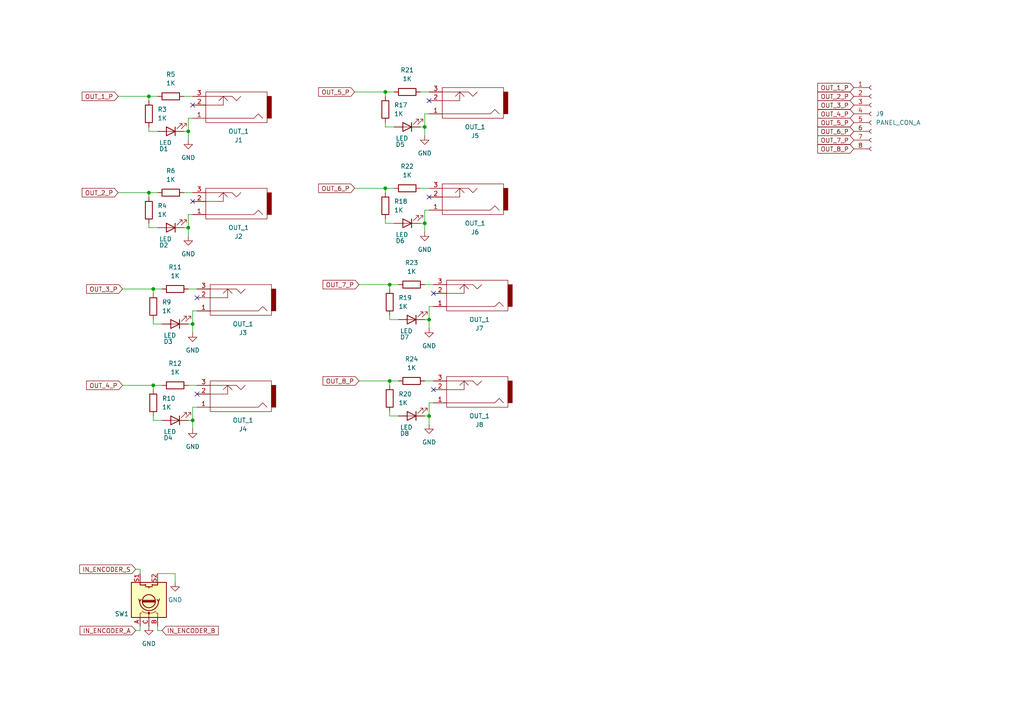
<source format=kicad_sch>
(kicad_sch (version 20231120) (generator "eeschema") (generator_version "8.0")
  (paper "A4")
  (lib_symbols
    (symbol "Connector:Conn_01x08_Socket" (pin_names (offset 1.016) hide)
      (property "Reference" "J" (at 0 10.16 0))
      (property "Value" "Conn_01x08_Socket" (at 0 -12.7 0))
      (symbol "Conn_01x08_Socket_1_1"
        (arc (start 0 -9.652) (mid -0.5058 -10.16) (end 0 -10.668) (stroke (width 0.1524)))
        (arc (start 0 -7.112) (mid -0.5058 -7.62) (end 0 -8.128) (stroke (width 0.1524)))
        (arc (start 0 -4.572) (mid -0.5058 -5.08) (end 0 -5.588) (stroke (width 0.1524)))
        (arc (start 0 -2.032) (mid -0.5058 -2.54) (end 0 -3.048) (stroke (width 0.1524)))
        (polyline (pts (xy -1.27 -10.16) (xy -0.508 -10.16)) (stroke (width 0.1524)))
        (polyline (pts (xy -1.27 -7.62) (xy -0.508 -7.62)) (stroke (width 0.1524)))
        (polyline (pts (xy -1.27 -5.08) (xy -0.508 -5.08)) (stroke (width 0.1524)))
        (polyline (pts (xy -1.27 -2.54) (xy -0.508 -2.54)) (stroke (width 0.1524)))
        (polyline (pts (xy -1.27 0) (xy -0.508 0)) (stroke (width 0.1524)))
        (polyline (pts (xy -1.27 2.54) (xy -0.508 2.54)) (stroke (width 0.1524)))
        (polyline (pts (xy -1.27 5.08) (xy -0.508 5.08)) (stroke (width 0.1524)))
        (polyline (pts (xy -1.27 7.62) (xy -0.508 7.62)) (stroke (width 0.1524)))
        (arc (start 0 0.508) (mid -0.5058 0) (end 0 -0.508) (stroke (width 0.1524)))
        (arc (start 0 3.048) (mid -0.5058 2.54) (end 0 2.032) (stroke (width 0.1524)))
        (arc (start 0 5.588) (mid -0.5058 5.08) (end 0 4.572) (stroke (width 0.1524)))
        (arc (start 0 8.128) (mid -0.5058 7.62) (end 0 7.112) (stroke (width 0.1524)))
        (pin passive line (at -5.08 7.62 0) (length 3.81) (name "Pin_1") (number "1"))
        (pin passive line (at -5.08 5.08 0) (length 3.81) (name "Pin_2") (number "2"))
        (pin passive line (at -5.08 2.54 0) (length 3.81) (name "Pin_3") (number "3"))
        (pin passive line (at -5.08 0 0) (length 3.81) (name "Pin_4") (number "4"))
        (pin passive line (at -5.08 -2.54 0) (length 3.81) (name "Pin_5") (number "5"))
        (pin passive line (at -5.08 -5.08 0) (length 3.81) (name "Pin_6") (number "6"))
        (pin passive line (at -5.08 -7.62 0) (length 3.81) (name "Pin_7") (number "7"))
        (pin passive line (at -5.08 -10.16 0) (length 3.81) (name "Pin_8") (number "8"))
      )
    )
    (symbol "Device:LED" (pin_numbers hide) (pin_names (offset 1.016) hide)
      (property "Reference" "D" (at 0 2.54 0))
      (property "Value" "LED" (at 0 -2.54 0))
      (symbol "LED_0_1"
        (polyline (pts (xy -1.27 -1.27) (xy -1.27 1.27)) (stroke (width 0.254)))
        (polyline (pts (xy -1.27 0) (xy 1.27 0)))
        (polyline (pts (xy 1.27 -1.27) (xy 1.27 1.27) (xy -1.27 0) (xy 1.27 -1.27)) (stroke (width 0.254)))
        (polyline (pts (xy -3.048 -0.762) (xy -4.572 -2.286) (xy -3.81 -2.286) (xy -4.572 -2.286) (xy -4.572 -1.524)))
        (polyline (pts (xy -1.778 -0.762) (xy -3.302 -2.286) (xy -2.54 -2.286) (xy -3.302 -2.286) (xy -3.302 -1.524)))
      )
      (symbol "LED_1_1"
        (pin passive line (at -3.81 0 0) (length 2.54) (name "K") (number "1"))
        (pin passive line (at 3.81 0 180) (length 2.54) (name "A") (number "2"))
      )
    )
    (symbol "Device:R" (pin_numbers hide) (pin_names (offset 0))
      (property "Reference" "R" (at 2.032 0 90))
      (property "Value" "R" (at 0 0 90))
      (symbol "R_0_1"
        (rectangle (start -1.016 -2.54) (end 1.016 2.54) (stroke (width 0.254)))
      )
      (symbol "R_1_1"
        (pin passive line (at 0 3.81 270) (length 1.27) (name "~") (number "1"))
        (pin passive line (at 0 -3.81 90) (length 1.27) (name "~") (number "2"))
      )
    )
    (symbol "Device:RotaryEncoder_Switch" (pin_names (offset 0.254) hide)
      (property "Reference" "SW" (at 0 6.604 0))
      (property "Value" "RotaryEncoder_Switch" (at 0 -6.604 0))
      (symbol "RotaryEncoder_Switch_0_1"
        (rectangle (start -5.08 5.08) (end 5.08 -5.08) (stroke (width 0.254)) (fill (type background)))
        (circle (center -3.81 0) (radius 0.254) (fill (type outline)))
        (circle (center -0.381 0) (radius 1.905) (stroke (width 0.254)))
        (arc (start -0.381 2.667) (mid -3.0988 -0.0635) (end -0.381 -2.794) (stroke (width 0.254)))
        (polyline (pts (xy -0.635 -1.778) (xy -0.635 1.778)) (stroke (width 0.254)))
        (polyline (pts (xy -0.381 -1.778) (xy -0.381 1.778)) (stroke (width 0.254)))
        (polyline (pts (xy -0.127 1.778) (xy -0.127 -1.778)) (stroke (width 0.254)))
        (polyline (pts (xy 3.81 0) (xy 3.429 0)) (stroke (width 0.254)))
        (polyline (pts (xy 3.81 1.016) (xy 3.81 -1.016)) (stroke (width 0.254)))
        (polyline (pts (xy -5.08 -2.54) (xy -3.81 -2.54) (xy -3.81 -2.032)))
        (polyline (pts (xy -5.08 2.54) (xy -3.81 2.54) (xy -3.81 2.032)))
        (polyline (pts (xy 0.254 -3.048) (xy -0.508 -2.794) (xy 0.127 -2.413)) (stroke (width 0.254)))
        (polyline (pts (xy 0.254 2.921) (xy -0.508 2.667) (xy 0.127 2.286)) (stroke (width 0.254)))
        (polyline (pts (xy 5.08 -2.54) (xy 4.318 -2.54) (xy 4.318 -1.016)) (stroke (width 0.254)))
        (polyline (pts (xy 5.08 2.54) (xy 4.318 2.54) (xy 4.318 1.016)) (stroke (width 0.254)))
        (polyline (pts (xy -5.08 0) (xy -3.81 0) (xy -3.81 -1.016) (xy -3.302 -2.032)))
        (polyline (pts (xy -4.318 0) (xy -3.81 0) (xy -3.81 1.016) (xy -3.302 2.032)))
        (circle (center 4.318 -1.016) (radius 0.127) (stroke (width 0.254)))
        (circle (center 4.318 1.016) (radius 0.127) (stroke (width 0.254)))
      )
      (symbol "RotaryEncoder_Switch_1_1"
        (pin passive line (at -7.62 2.54 0) (length 2.54) (name "A") (number "A"))
        (pin passive line (at -7.62 -2.54 0) (length 2.54) (name "B") (number "B"))
        (pin passive line (at -7.62 0 0) (length 2.54) (name "C") (number "C"))
        (pin passive line (at 7.62 2.54 180) (length 2.54) (name "S1") (number "S1"))
        (pin passive line (at 7.62 -2.54 180) (length 2.54) (name "S2") (number "S2"))
      )
    )
    (symbol "eurocad:PJ301M-12" (pin_names (offset 1.016))
      (property "Reference" "J" (at -8.89 -5.08 0))
      (property "Value" "PJ301M-12" (at -3.81 6.35 0))
      (symbol "PJ301M-12_0_1"
        (rectangle (start -11.43 3.81) (end -10.16 -2.54) (fill (type outline)))
        (polyline (pts (xy 3.81 0) (xy 7.62 0) (xy 7.62 0)))
        (polyline (pts (xy 0 -2.54) (xy -1.27 -1.27) (xy -2.54 -2.54) (xy -2.54 -2.54)))
        (polyline (pts (xy 0 -2.54) (xy 7.62 -2.54) (xy 7.62 -2.54) (xy 7.62 -2.54)))
        (polyline (pts (xy 1.27 -1.27) (xy 2.54 -2.54) (xy 3.81 -1.27) (xy 3.81 -1.27)))
        (polyline (pts (xy 3.81 0) (xy 2.54 0) (xy 2.54 -2.54) (xy 2.54 -2.54)))
        (polyline (pts (xy 7.62 3.81) (xy -6.35 3.81) (xy -7.62 2.54) (xy -8.89 3.81) (xy -8.89 3.81)))
        (rectangle (start 7.62 -3.81) (end -10.16 5.08))
      )
      (symbol "PJ301M-12_1_1"
        (pin passive line (at 11.43 3.81 180) (length 3.81) (name "~") (number "1"))
        (pin passive line (at 11.43 0 180) (length 3.81) (name "~") (number "2"))
        (pin passive line (at 11.43 -2.54 180) (length 3.81) (name "~") (number "3"))
      )
    )
    (symbol "power:GND" (power) (pin_numbers hide) (pin_names (offset 0) hide)
      (property "Value" "GND" (at 0 -3.81 0))
      (symbol "GND_0_1"
        (polyline (pts (xy 0 0) (xy 0 -1.27) (xy 1.27 -1.27) (xy 0 -2.54) (xy -1.27 -1.27) (xy 0 -1.27)))
      )
      (symbol "GND_1_1"
        (pin power_in line (at 0 0 270) (length 0) (name "~") (number "1"))
      )
    )
  )
  (junction (at 55.88 121.92))
  (junction (at 111.76 54.61))
  (junction (at 54.61 66.04))
  (junction (at 44.45 111.76))
  (junction (at 124.46 92.71))
  (junction (at 124.46 120.65))
  (junction (at 55.88 93.98))
  (junction (at 111.76 26.67))
  (junction (at 123.19 36.83))
  (junction (at 113.03 82.55))
  (junction (at 113.03 110.49))
  (junction (at 54.61 38.1))
  (junction (at 43.18 27.94))
  (junction (at 44.45 83.82))
  (junction (at 43.18 55.88))
  (junction (at 123.19 64.77))
  (no_connect (at 57.15 86.36))
  (no_connect (at 125.73 85.09))
  (no_connect (at 125.73 113.03))
  (no_connect (at 124.46 29.21))
  (no_connect (at 124.46 57.15))
  (no_connect (at 57.15 114.3))
  (no_connect (at 55.88 30.48))
  (no_connect (at 55.88 58.42))
  (wire (pts (xy 43.18 66.04) (xy 45.72 66.04)))
  (wire (pts (xy 104.14 110.49) (xy 113.03 110.49)))
  (wire (pts (xy 54.61 93.98) (xy 55.88 93.98)))
  (wire (pts (xy 54.61 34.29) (xy 55.88 34.29)))
  (wire (pts (xy 121.92 64.77) (xy 123.19 64.77)))
  (wire (pts (xy 43.18 38.1) (xy 45.72 38.1)))
  (wire (pts (xy 123.19 82.55) (xy 125.73 82.55)))
  (wire (pts (xy 34.29 55.88) (xy 43.18 55.88)))
  (wire (pts (xy 113.03 82.55) (xy 113.03 83.82)))
  (wire (pts (xy 44.45 120.65) (xy 44.45 121.92)))
  (wire (pts (xy 55.88 93.98) (xy 55.88 96.52)))
  (wire (pts (xy 45.72 182.88) (xy 46.99 182.88)))
  (wire (pts (xy 46.99 83.82) (xy 44.45 83.82)))
  (wire (pts (xy 113.03 92.71) (xy 115.57 92.71)))
  (wire (pts (xy 114.3 26.67) (xy 111.76 26.67)))
  (wire (pts (xy 123.19 92.71) (xy 124.46 92.71)))
  (wire (pts (xy 123.19 120.65) (xy 124.46 120.65)))
  (wire (pts (xy 121.92 26.67) (xy 124.46 26.67)))
  (wire (pts (xy 113.03 120.65) (xy 115.57 120.65)))
  (wire (pts (xy 54.61 62.23) (xy 54.61 66.04)))
  (wire (pts (xy 113.03 110.49) (xy 113.03 111.76)))
  (wire (pts (xy 124.46 88.9) (xy 125.73 88.9)))
  (wire (pts (xy 111.76 36.83) (xy 114.3 36.83)))
  (wire (pts (xy 44.45 121.92) (xy 46.99 121.92)))
  (wire (pts (xy 115.57 82.55) (xy 113.03 82.55)))
  (wire (pts (xy 53.34 55.88) (xy 55.88 55.88)))
  (wire (pts (xy 45.72 181.61) (xy 45.72 182.88)))
  (wire (pts (xy 43.18 27.94) (xy 43.18 29.21)))
  (wire (pts (xy 121.92 54.61) (xy 124.46 54.61)))
  (wire (pts (xy 35.56 111.76) (xy 44.45 111.76)))
  (wire (pts (xy 44.45 111.76) (xy 44.45 113.03)))
  (wire (pts (xy 45.72 166.37) (xy 50.8 166.37)))
  (wire (pts (xy 124.46 120.65) (xy 124.46 123.19)))
  (wire (pts (xy 34.29 27.94) (xy 43.18 27.94)))
  (wire (pts (xy 55.88 121.92) (xy 55.88 124.46)))
  (wire (pts (xy 46.99 111.76) (xy 44.45 111.76)))
  (wire (pts (xy 45.72 27.94) (xy 43.18 27.94)))
  (wire (pts (xy 123.19 33.02) (xy 124.46 33.02)))
  (wire (pts (xy 54.61 121.92) (xy 55.88 121.92)))
  (wire (pts (xy 55.88 90.17) (xy 57.15 90.17)))
  (wire (pts (xy 54.61 62.23) (xy 55.88 62.23)))
  (wire (pts (xy 124.46 116.84) (xy 125.73 116.84)))
  (wire (pts (xy 54.61 66.04) (xy 54.61 68.58)))
  (wire (pts (xy 54.61 111.76) (xy 57.15 111.76)))
  (wire (pts (xy 44.45 93.98) (xy 46.99 93.98)))
  (wire (pts (xy 40.64 166.37) (xy 40.64 165.1)))
  (wire (pts (xy 55.88 118.11) (xy 57.15 118.11)))
  (wire (pts (xy 50.8 166.37) (xy 50.8 168.91)))
  (wire (pts (xy 104.14 82.55) (xy 113.03 82.55)))
  (wire (pts (xy 121.92 36.83) (xy 123.19 36.83)))
  (wire (pts (xy 113.03 91.44) (xy 113.03 92.71)))
  (wire (pts (xy 54.61 38.1) (xy 54.61 40.64)))
  (wire (pts (xy 124.46 92.71) (xy 124.46 95.25)))
  (wire (pts (xy 53.34 38.1) (xy 54.61 38.1)))
  (wire (pts (xy 123.19 110.49) (xy 125.73 110.49)))
  (wire (pts (xy 115.57 110.49) (xy 113.03 110.49)))
  (wire (pts (xy 113.03 119.38) (xy 113.03 120.65)))
  (wire (pts (xy 111.76 54.61) (xy 111.76 55.88)))
  (wire (pts (xy 123.19 36.83) (xy 123.19 39.37)))
  (wire (pts (xy 35.56 83.82) (xy 44.45 83.82)))
  (wire (pts (xy 114.3 54.61) (xy 111.76 54.61)))
  (wire (pts (xy 43.18 64.77) (xy 43.18 66.04)))
  (wire (pts (xy 54.61 83.82) (xy 57.15 83.82)))
  (wire (pts (xy 111.76 26.67) (xy 111.76 27.94)))
  (wire (pts (xy 45.72 55.88) (xy 43.18 55.88)))
  (wire (pts (xy 124.46 116.84) (xy 124.46 120.65)))
  (wire (pts (xy 123.19 60.96) (xy 124.46 60.96)))
  (wire (pts (xy 111.76 63.5) (xy 111.76 64.77)))
  (wire (pts (xy 53.34 66.04) (xy 54.61 66.04)))
  (wire (pts (xy 54.61 34.29) (xy 54.61 38.1)))
  (wire (pts (xy 123.19 64.77) (xy 123.19 67.31)))
  (wire (pts (xy 44.45 92.71) (xy 44.45 93.98)))
  (wire (pts (xy 55.88 118.11) (xy 55.88 121.92)))
  (wire (pts (xy 40.64 165.1) (xy 39.37 165.1)))
  (wire (pts (xy 40.64 181.61) (xy 40.64 182.88)))
  (wire (pts (xy 44.45 83.82) (xy 44.45 85.09)))
  (wire (pts (xy 111.76 35.56) (xy 111.76 36.83)))
  (wire (pts (xy 102.87 54.61) (xy 111.76 54.61)))
  (wire (pts (xy 53.34 27.94) (xy 55.88 27.94)))
  (wire (pts (xy 111.76 64.77) (xy 114.3 64.77)))
  (wire (pts (xy 124.46 88.9) (xy 124.46 92.71)))
  (wire (pts (xy 123.19 33.02) (xy 123.19 36.83)))
  (wire (pts (xy 55.88 90.17) (xy 55.88 93.98)))
  (wire (pts (xy 123.19 60.96) (xy 123.19 64.77)))
  (wire (pts (xy 40.64 182.88) (xy 39.37 182.88)))
  (wire (pts (xy 43.18 36.83) (xy 43.18 38.1)))
  (wire (pts (xy 43.18 55.88) (xy 43.18 57.15)))
  (wire (pts (xy 102.87 26.67) (xy 111.76 26.67)))
  (global_label "IN_ENCODER_A" (shape input) (at 39.37 182.88 180) (property "Intersheetrefs" "${INTERSHEET_REFS}" (effects (hide yes))))
  (global_label "OUT_6_P" (shape input) (at 102.87 54.61 180) (property "Intersheetrefs" "${INTERSHEET_REFS}" (effects (hide yes))))
  (global_label "OUT_4_P" (shape input) (at 35.56 111.76 180) (property "Intersheetrefs" "${INTERSHEET_REFS}" (effects (hide yes))))
  (global_label "OUT_5_P" (shape input) (at 247.65 35.56 180) (property "Intersheetrefs" "${INTERSHEET_REFS}" (effects (hide yes))))
  (global_label "OUT_5_P" (shape input) (at 102.87 26.67 180) (property "Intersheetrefs" "${INTERSHEET_REFS}" (effects (hide yes))))
  (global_label "OUT_1_P" (shape input) (at 247.65 25.4 180) (property "Intersheetrefs" "${INTERSHEET_REFS}" (effects (hide yes))))
  (global_label "OUT_8_P" (shape input) (at 247.65 43.18 180) (property "Intersheetrefs" "${INTERSHEET_REFS}" (effects (hide yes))))
  (global_label "OUT_4_P" (shape input) (at 247.65 33.02 180) (property "Intersheetrefs" "${INTERSHEET_REFS}" (effects (hide yes))))
  (global_label "OUT_2_P" (shape input) (at 247.65 27.94 180) (property "Intersheetrefs" "${INTERSHEET_REFS}" (effects (hide yes))))
  (global_label "OUT_7_P" (shape input) (at 104.14 82.55 180) (property "Intersheetrefs" "${INTERSHEET_REFS}" (effects (hide yes))))
  (global_label "OUT_3_P" (shape input) (at 35.56 83.82 180) (property "Intersheetrefs" "${INTERSHEET_REFS}" (effects (hide yes))))
  (global_label "OUT_6_P" (shape input) (at 247.65 38.1 180) (property "Intersheetrefs" "${INTERSHEET_REFS}" (effects (hide yes))))
  (global_label "IN_ENCODER_B" (shape input) (at 46.99 182.88 0) (property "Intersheetrefs" "${INTERSHEET_REFS}" (effects (hide yes))))
  (global_label "OUT_8_P" (shape input) (at 104.14 110.49 180) (property "Intersheetrefs" "${INTERSHEET_REFS}" (effects (hide yes))))
  (global_label "OUT_3_P" (shape input) (at 247.65 30.48 180) (property "Intersheetrefs" "${INTERSHEET_REFS}" (effects (hide yes))))
  (global_label "OUT_2_P" (shape input) (at 34.29 55.88 180) (property "Intersheetrefs" "${INTERSHEET_REFS}" (effects (hide yes))))
  (global_label "IN_ENCODER_S" (shape input) (at 39.37 165.1 180) (property "Intersheetrefs" "${INTERSHEET_REFS}" (effects (hide yes))))
  (global_label "OUT_7_P" (shape input) (at 247.65 40.64 180) (property "Intersheetrefs" "${INTERSHEET_REFS}" (effects (hide yes))))
  (global_label "OUT_1_P" (shape input) (at 34.29 27.94 180) (property "Intersheetrefs" "${INTERSHEET_REFS}" (effects (hide yes))))
  (symbol (lib_id "eurocad:PJ301M-12") (at 67.31 58.42 180) (unit 1)
    (property "Reference" "J2" (at 69.215 68.58 0))
    (property "Value" "OUT_1" (at 69.215 66.04 0))
  )
  (symbol (lib_id "Device:LED") (at 119.38 120.65 180) (unit 1)
    (property "Reference" "D8" (at 117.348 125.73 0))
    (property "Value" "LED" (at 117.856 123.952 0))
    (property "Description" "Light emitting diode" (effects (hide yes)))
  )
  (symbol (lib_id "Device:R") (at 111.76 59.69 0) (unit 1)
    (property "Reference" "R18" (at 114.3 58.4199 0) (effects (justify left)))
    (property "Value" "1K" (at 114.3 60.9599 0) (effects (justify left)))
    (property "Description" "Resistor" (effects (hide yes)))
  )
  (symbol (lib_id "Device:R") (at 118.11 54.61 90) (unit 1)
    (property "Reference" "R22" (at 118.11 48.26 90))
    (property "Value" "1K" (at 118.11 50.8 90))
    (property "Description" "Resistor" (effects (hide yes)))
  )
  (symbol (lib_id "eurocad:PJ301M-12") (at 137.16 113.03 180) (unit 1)
    (property "Reference" "J8" (at 139.065 123.19 0))
    (property "Value" "OUT_1" (at 139.065 120.65 0))
  )
  (symbol (lib_id "Device:R") (at 119.38 110.49 90) (unit 1)
    (property "Reference" "R24" (at 119.38 104.14 90))
    (property "Value" "1K" (at 119.38 106.68 90))
    (property "Description" "Resistor" (effects (hide yes)))
  )
  (symbol (lib_id "eurocad:PJ301M-12") (at 68.58 86.36 180) (unit 1)
    (property "Reference" "J3" (at 70.485 96.52 0))
    (property "Value" "OUT_1" (at 70.485 93.98 0))
  )
  (symbol (lib_id "power:GND") (at 55.88 124.46 0) (unit 1)
    (property "Reference" "#PWR025" (effects (hide yes)))
    (property "Value" "GND" (at 55.88 129.54 0))
    (property "Description" "Power symbol creates a global label with name \"GND\" , ground" (effects (hide yes)))
  )
  (symbol (lib_id "eurocad:PJ301M-12") (at 135.89 29.21 180) (unit 1)
    (property "Reference" "J5" (at 137.795 39.37 0))
    (property "Value" "OUT_1" (at 137.795 36.83 0))
  )
  (symbol (lib_id "Connector:Conn_01x08_Socket") (at 252.73 33.02 0) (unit 1)
    (property "Reference" "J9" (at 254 33.0199 0) (effects (justify left)))
    (property "Value" "PANEL_CON_A" (at 254 35.5599 0) (effects (justify left)))
    (property "Description" "Generic connector, single row, 01x08, script generated" (effects (hide yes)))
  )
  (symbol (lib_id "power:GND") (at 50.8 168.91 0) (unit 1)
    (property "Reference" "#PWR018" (effects (hide yes)))
    (property "Value" "GND" (at 50.8 173.99 0))
    (property "Description" "Power symbol creates a global label with name \"GND\" , ground" (effects (hide yes)))
  )
  (symbol (lib_id "eurocad:PJ301M-12") (at 68.58 114.3 180) (unit 1)
    (property "Reference" "J4" (at 70.485 124.46 0))
    (property "Value" "OUT_1" (at 70.485 121.92 0))
  )
  (symbol (lib_id "Device:LED") (at 49.53 38.1 180) (unit 1)
    (property "Reference" "D1" (at 47.498 43.18 0))
    (property "Value" "LED" (at 48.006 41.402 0))
    (property "Description" "Light emitting diode" (effects (hide yes)))
  )
  (symbol (lib_id "Device:R") (at 49.53 27.94 90) (unit 1)
    (property "Reference" "R5" (at 49.53 21.59 90))
    (property "Value" "1K" (at 49.53 24.13 90))
    (property "Description" "Resistor" (effects (hide yes)))
  )
  (symbol (lib_id "Device:LED") (at 118.11 64.77 180) (unit 1)
    (property "Reference" "D6" (at 116.078 69.85 0))
    (property "Value" "LED" (at 116.586 68.072 0))
    (property "Description" "Light emitting diode" (effects (hide yes)))
  )
  (symbol (lib_id "Device:R") (at 113.03 87.63 0) (unit 1)
    (property "Reference" "R19" (at 115.57 86.3599 0) (effects (justify left)))
    (property "Value" "1K" (at 115.57 88.8999 0) (effects (justify left)))
    (property "Description" "Resistor" (effects (hide yes)))
  )
  (symbol (lib_id "power:GND") (at 124.46 123.19 0) (unit 1)
    (property "Reference" "#PWR033" (effects (hide yes)))
    (property "Value" "GND" (at 124.46 128.27 0))
    (property "Description" "Power symbol creates a global label with name \"GND\" , ground" (effects (hide yes)))
  )
  (symbol (lib_id "eurocad:PJ301M-12") (at 137.16 85.09 180) (unit 1)
    (property "Reference" "J7" (at 139.065 95.25 0))
    (property "Value" "OUT_1" (at 139.065 92.71 0))
  )
  (symbol (lib_id "power:GND") (at 123.19 67.31 0) (unit 1)
    (property "Reference" "#PWR031" (effects (hide yes)))
    (property "Value" "GND" (at 123.19 72.39 0))
    (property "Description" "Power symbol creates a global label with name \"GND\" , ground" (effects (hide yes)))
  )
  (symbol (lib_id "Device:R") (at 43.18 33.02 0) (unit 1)
    (property "Reference" "R3" (at 45.72 31.7499 0) (effects (justify left)))
    (property "Value" "1K" (at 45.72 34.2899 0) (effects (justify left)))
    (property "Description" "Resistor" (effects (hide yes)))
  )
  (symbol (lib_id "Device:R") (at 50.8 83.82 90) (unit 1)
    (property "Reference" "R11" (at 50.8 77.47 90))
    (property "Value" "1K" (at 50.8 80.01 90))
    (property "Description" "Resistor" (effects (hide yes)))
  )
  (symbol (lib_id "Device:R") (at 49.53 55.88 90) (unit 1)
    (property "Reference" "R6" (at 49.53 49.53 90))
    (property "Value" "1K" (at 49.53 52.07 90))
    (property "Description" "Resistor" (effects (hide yes)))
  )
  (symbol (lib_id "power:GND") (at 55.88 96.52 0) (unit 1)
    (property "Reference" "#PWR024" (effects (hide yes)))
    (property "Value" "GND" (at 55.88 101.6 0))
    (property "Description" "Power symbol creates a global label with name \"GND\" , ground" (effects (hide yes)))
  )
  (symbol (lib_id "power:GND") (at 54.61 40.64 0) (unit 1)
    (property "Reference" "#PWR020" (effects (hide yes)))
    (property "Value" "GND" (at 54.61 45.72 0))
    (property "Description" "Power symbol creates a global label with name \"GND\" , ground" (effects (hide yes)))
  )
  (symbol (lib_id "Device:LED") (at 49.53 66.04 180) (unit 1)
    (property "Reference" "D2" (at 47.498 71.12 0))
    (property "Value" "LED" (at 48.006 69.342 0))
    (property "Description" "Light emitting diode" (effects (hide yes)))
  )
  (symbol (lib_id "eurocad:PJ301M-12") (at 67.31 30.48 180) (unit 1)
    (property "Reference" "J1" (at 69.215 40.64 0))
    (property "Value" "OUT_1" (at 69.215 38.1 0))
  )
  (symbol (lib_id "Device:R") (at 50.8 111.76 90) (unit 1)
    (property "Reference" "R12" (at 50.8 105.41 90))
    (property "Value" "1K" (at 50.8 107.95 90))
    (property "Description" "Resistor" (effects (hide yes)))
  )
  (symbol (lib_id "Device:RotaryEncoder_Switch") (at 43.18 173.99 90) (unit 1)
    (property "Reference" "SW1" (at 33.274 178.054 90) (effects (justify right)))
    (property "Value" "RotaryEncoder_Switch" (effects (hide yes)))
    (property "Description" "Rotary encoder, dual channel, incremental quadrate outputs, with switch" (effects (hide yes)))
  )
  (symbol (lib_id "Device:LED") (at 50.8 121.92 180) (unit 1)
    (property "Reference" "D4" (at 48.768 127 0))
    (property "Value" "LED" (at 49.276 125.222 0))
    (property "Description" "Light emitting diode" (effects (hide yes)))
  )
  (symbol (lib_id "Device:R") (at 119.38 82.55 90) (unit 1)
    (property "Reference" "R23" (at 119.38 76.2 90))
    (property "Value" "1K" (at 119.38 78.74 90))
    (property "Description" "Resistor" (effects (hide yes)))
  )
  (symbol (lib_id "Device:R") (at 44.45 88.9 0) (unit 1)
    (property "Reference" "R9" (at 46.99 87.6299 0) (effects (justify left)))
    (property "Value" "1K" (at 46.99 90.1699 0) (effects (justify left)))
    (property "Description" "Resistor" (effects (hide yes)))
  )
  (symbol (lib_id "Device:LED") (at 118.11 36.83 180) (unit 1)
    (property "Reference" "D5" (at 116.078 41.91 0))
    (property "Value" "LED" (at 116.586 40.132 0))
    (property "Description" "Light emitting diode" (effects (hide yes)))
  )
  (symbol (lib_id "Device:R") (at 44.45 116.84 0) (unit 1)
    (property "Reference" "R10" (at 46.99 115.5699 0) (effects (justify left)))
    (property "Value" "1K" (at 46.99 118.1099 0) (effects (justify left)))
    (property "Description" "Resistor" (effects (hide yes)))
  )
  (symbol (lib_id "Device:R") (at 113.03 115.57 0) (unit 1)
    (property "Reference" "R20" (at 115.57 114.2999 0) (effects (justify left)))
    (property "Value" "1K" (at 115.57 116.8399 0) (effects (justify left)))
    (property "Description" "Resistor" (effects (hide yes)))
  )
  (symbol (lib_id "power:GND") (at 43.18 181.61 0) (unit 1)
    (property "Reference" "#PWR017" (effects (hide yes)))
    (property "Value" "GND" (at 43.18 186.69 0))
    (property "Description" "Power symbol creates a global label with name \"GND\" , ground" (effects (hide yes)))
  )
  (symbol (lib_id "Device:R") (at 43.18 60.96 0) (unit 1)
    (property "Reference" "R4" (at 45.72 59.6899 0) (effects (justify left)))
    (property "Value" "1K" (at 45.72 62.2299 0) (effects (justify left)))
    (property "Description" "Resistor" (effects (hide yes)))
  )
  (symbol (lib_id "eurocad:PJ301M-12") (at 135.89 57.15 180) (unit 1)
    (property "Reference" "J6" (at 137.795 67.31 0))
    (property "Value" "OUT_1" (at 137.795 64.77 0))
  )
  (symbol (lib_id "Device:LED") (at 119.38 92.71 180) (unit 1)
    (property "Reference" "D7" (at 117.348 97.79 0))
    (property "Value" "LED" (at 117.856 96.012 0))
    (property "Description" "Light emitting diode" (effects (hide yes)))
  )
  (symbol (lib_id "Device:R") (at 111.76 31.75 0) (unit 1)
    (property "Reference" "R17" (at 114.3 30.4799 0) (effects (justify left)))
    (property "Value" "1K" (at 114.3 33.0199 0) (effects (justify left)))
    (property "Description" "Resistor" (effects (hide yes)))
  )
  (symbol (lib_id "power:GND") (at 54.61 68.58 0) (unit 1)
    (property "Reference" "#PWR021" (effects (hide yes)))
    (property "Value" "GND" (at 54.61 73.66 0))
    (property "Description" "Power symbol creates a global label with name \"GND\" , ground" (effects (hide yes)))
  )
  (symbol (lib_id "Device:LED") (at 50.8 93.98 180) (unit 1)
    (property "Reference" "D3" (at 48.768 99.06 0))
    (property "Value" "LED" (at 49.276 97.282 0))
    (property "Description" "Light emitting diode" (effects (hide yes)))
  )
  (symbol (lib_id "Device:R") (at 118.11 26.67 90) (unit 1)
    (property "Reference" "R21" (at 118.11 20.32 90))
    (property "Value" "1K" (at 118.11 22.86 90))
    (property "Description" "Resistor" (effects (hide yes)))
  )
  (symbol (lib_id "power:GND") (at 124.46 95.25 0) (unit 1)
    (property "Reference" "#PWR032" (effects (hide yes)))
    (property "Value" "GND" (at 124.46 100.33 0))
    (property "Description" "Power symbol creates a global label with name \"GND\" , ground" (effects (hide yes)))
  )
  (symbol (lib_id "power:GND") (at 123.19 39.37 0) (unit 1)
    (property "Reference" "#PWR030" (effects (hide yes)))
    (property "Value" "GND" (at 123.19 44.45 0))
    (property "Description" "Power symbol creates a global label with name \"GND\" , ground" (effects (hide yes)))
  )
)
</source>
